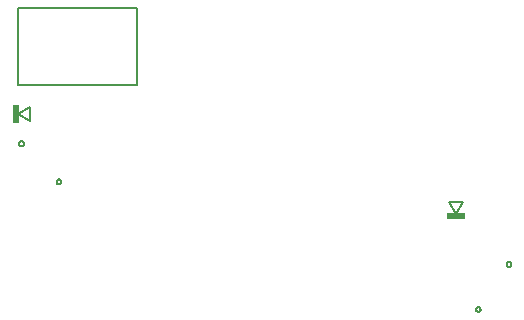
<source format=gbo>
G75*
%MOIN*%
%OFA0B0*%
%FSLAX25Y25*%
%IPPOS*%
%LPD*%
%AMOC8*
5,1,8,0,0,1.08239X$1,22.5*
%
%ADD10C,0.00500*%
%ADD11C,0.00800*%
%ADD12R,0.02400X0.06200*%
%ADD13R,0.06200X0.02400*%
D10*
X0117831Y0190882D02*
X0117833Y0190938D01*
X0117839Y0190993D01*
X0117849Y0191047D01*
X0117862Y0191101D01*
X0117880Y0191154D01*
X0117901Y0191205D01*
X0117925Y0191255D01*
X0117953Y0191303D01*
X0117985Y0191349D01*
X0118019Y0191393D01*
X0118057Y0191434D01*
X0118097Y0191472D01*
X0118140Y0191507D01*
X0118185Y0191539D01*
X0118233Y0191568D01*
X0118282Y0191594D01*
X0118333Y0191616D01*
X0118385Y0191634D01*
X0118439Y0191648D01*
X0118494Y0191659D01*
X0118549Y0191666D01*
X0118604Y0191669D01*
X0118660Y0191668D01*
X0118715Y0191663D01*
X0118770Y0191654D01*
X0118824Y0191642D01*
X0118877Y0191625D01*
X0118929Y0191605D01*
X0118979Y0191581D01*
X0119027Y0191554D01*
X0119074Y0191524D01*
X0119118Y0191490D01*
X0119160Y0191453D01*
X0119198Y0191413D01*
X0119235Y0191371D01*
X0119268Y0191326D01*
X0119297Y0191280D01*
X0119324Y0191231D01*
X0119346Y0191180D01*
X0119366Y0191128D01*
X0119381Y0191074D01*
X0119393Y0191020D01*
X0119401Y0190965D01*
X0119405Y0190910D01*
X0119405Y0190854D01*
X0119401Y0190799D01*
X0119393Y0190744D01*
X0119381Y0190690D01*
X0119366Y0190636D01*
X0119346Y0190584D01*
X0119324Y0190533D01*
X0119297Y0190484D01*
X0119268Y0190438D01*
X0119235Y0190393D01*
X0119198Y0190351D01*
X0119160Y0190311D01*
X0119118Y0190274D01*
X0119074Y0190240D01*
X0119027Y0190210D01*
X0118979Y0190183D01*
X0118929Y0190159D01*
X0118877Y0190139D01*
X0118824Y0190122D01*
X0118770Y0190110D01*
X0118715Y0190101D01*
X0118660Y0190096D01*
X0118604Y0190095D01*
X0118549Y0190098D01*
X0118494Y0190105D01*
X0118439Y0190116D01*
X0118385Y0190130D01*
X0118333Y0190148D01*
X0118282Y0190170D01*
X0118233Y0190196D01*
X0118185Y0190225D01*
X0118140Y0190257D01*
X0118097Y0190292D01*
X0118057Y0190330D01*
X0118019Y0190371D01*
X0117985Y0190415D01*
X0117953Y0190461D01*
X0117925Y0190509D01*
X0117901Y0190559D01*
X0117880Y0190610D01*
X0117862Y0190663D01*
X0117849Y0190717D01*
X0117839Y0190771D01*
X0117833Y0190826D01*
X0117831Y0190882D01*
X0105331Y0203618D02*
X0105333Y0203674D01*
X0105339Y0203729D01*
X0105349Y0203783D01*
X0105362Y0203837D01*
X0105380Y0203890D01*
X0105401Y0203941D01*
X0105425Y0203991D01*
X0105453Y0204039D01*
X0105485Y0204085D01*
X0105519Y0204129D01*
X0105557Y0204170D01*
X0105597Y0204208D01*
X0105640Y0204243D01*
X0105685Y0204275D01*
X0105733Y0204304D01*
X0105782Y0204330D01*
X0105833Y0204352D01*
X0105885Y0204370D01*
X0105939Y0204384D01*
X0105994Y0204395D01*
X0106049Y0204402D01*
X0106104Y0204405D01*
X0106160Y0204404D01*
X0106215Y0204399D01*
X0106270Y0204390D01*
X0106324Y0204378D01*
X0106377Y0204361D01*
X0106429Y0204341D01*
X0106479Y0204317D01*
X0106527Y0204290D01*
X0106574Y0204260D01*
X0106618Y0204226D01*
X0106660Y0204189D01*
X0106698Y0204149D01*
X0106735Y0204107D01*
X0106768Y0204062D01*
X0106797Y0204016D01*
X0106824Y0203967D01*
X0106846Y0203916D01*
X0106866Y0203864D01*
X0106881Y0203810D01*
X0106893Y0203756D01*
X0106901Y0203701D01*
X0106905Y0203646D01*
X0106905Y0203590D01*
X0106901Y0203535D01*
X0106893Y0203480D01*
X0106881Y0203426D01*
X0106866Y0203372D01*
X0106846Y0203320D01*
X0106824Y0203269D01*
X0106797Y0203220D01*
X0106768Y0203174D01*
X0106735Y0203129D01*
X0106698Y0203087D01*
X0106660Y0203047D01*
X0106618Y0203010D01*
X0106574Y0202976D01*
X0106527Y0202946D01*
X0106479Y0202919D01*
X0106429Y0202895D01*
X0106377Y0202875D01*
X0106324Y0202858D01*
X0106270Y0202846D01*
X0106215Y0202837D01*
X0106160Y0202832D01*
X0106104Y0202831D01*
X0106049Y0202834D01*
X0105994Y0202841D01*
X0105939Y0202852D01*
X0105885Y0202866D01*
X0105833Y0202884D01*
X0105782Y0202906D01*
X0105733Y0202932D01*
X0105685Y0202961D01*
X0105640Y0202993D01*
X0105597Y0203028D01*
X0105557Y0203066D01*
X0105519Y0203107D01*
X0105485Y0203151D01*
X0105453Y0203197D01*
X0105425Y0203245D01*
X0105401Y0203295D01*
X0105380Y0203346D01*
X0105362Y0203399D01*
X0105349Y0203453D01*
X0105339Y0203507D01*
X0105333Y0203562D01*
X0105331Y0203618D01*
X0105114Y0223205D02*
X0144484Y0223205D01*
X0144484Y0248795D01*
X0105114Y0248795D01*
X0105114Y0223205D01*
X0257595Y0148382D02*
X0257597Y0148438D01*
X0257603Y0148493D01*
X0257613Y0148547D01*
X0257626Y0148601D01*
X0257644Y0148654D01*
X0257665Y0148705D01*
X0257689Y0148755D01*
X0257717Y0148803D01*
X0257749Y0148849D01*
X0257783Y0148893D01*
X0257821Y0148934D01*
X0257861Y0148972D01*
X0257904Y0149007D01*
X0257949Y0149039D01*
X0257997Y0149068D01*
X0258046Y0149094D01*
X0258097Y0149116D01*
X0258149Y0149134D01*
X0258203Y0149148D01*
X0258258Y0149159D01*
X0258313Y0149166D01*
X0258368Y0149169D01*
X0258424Y0149168D01*
X0258479Y0149163D01*
X0258534Y0149154D01*
X0258588Y0149142D01*
X0258641Y0149125D01*
X0258693Y0149105D01*
X0258743Y0149081D01*
X0258791Y0149054D01*
X0258838Y0149024D01*
X0258882Y0148990D01*
X0258924Y0148953D01*
X0258962Y0148913D01*
X0258999Y0148871D01*
X0259032Y0148826D01*
X0259061Y0148780D01*
X0259088Y0148731D01*
X0259110Y0148680D01*
X0259130Y0148628D01*
X0259145Y0148574D01*
X0259157Y0148520D01*
X0259165Y0148465D01*
X0259169Y0148410D01*
X0259169Y0148354D01*
X0259165Y0148299D01*
X0259157Y0148244D01*
X0259145Y0148190D01*
X0259130Y0148136D01*
X0259110Y0148084D01*
X0259088Y0148033D01*
X0259061Y0147984D01*
X0259032Y0147938D01*
X0258999Y0147893D01*
X0258962Y0147851D01*
X0258924Y0147811D01*
X0258882Y0147774D01*
X0258838Y0147740D01*
X0258791Y0147710D01*
X0258743Y0147683D01*
X0258693Y0147659D01*
X0258641Y0147639D01*
X0258588Y0147622D01*
X0258534Y0147610D01*
X0258479Y0147601D01*
X0258424Y0147596D01*
X0258368Y0147595D01*
X0258313Y0147598D01*
X0258258Y0147605D01*
X0258203Y0147616D01*
X0258149Y0147630D01*
X0258097Y0147648D01*
X0258046Y0147670D01*
X0257997Y0147696D01*
X0257949Y0147725D01*
X0257904Y0147757D01*
X0257861Y0147792D01*
X0257821Y0147830D01*
X0257783Y0147871D01*
X0257749Y0147915D01*
X0257717Y0147961D01*
X0257689Y0148009D01*
X0257665Y0148059D01*
X0257644Y0148110D01*
X0257626Y0148163D01*
X0257613Y0148217D01*
X0257603Y0148271D01*
X0257597Y0148326D01*
X0257595Y0148382D01*
X0267831Y0163382D02*
X0267833Y0163438D01*
X0267839Y0163493D01*
X0267849Y0163547D01*
X0267862Y0163601D01*
X0267880Y0163654D01*
X0267901Y0163705D01*
X0267925Y0163755D01*
X0267953Y0163803D01*
X0267985Y0163849D01*
X0268019Y0163893D01*
X0268057Y0163934D01*
X0268097Y0163972D01*
X0268140Y0164007D01*
X0268185Y0164039D01*
X0268233Y0164068D01*
X0268282Y0164094D01*
X0268333Y0164116D01*
X0268385Y0164134D01*
X0268439Y0164148D01*
X0268494Y0164159D01*
X0268549Y0164166D01*
X0268604Y0164169D01*
X0268660Y0164168D01*
X0268715Y0164163D01*
X0268770Y0164154D01*
X0268824Y0164142D01*
X0268877Y0164125D01*
X0268929Y0164105D01*
X0268979Y0164081D01*
X0269027Y0164054D01*
X0269074Y0164024D01*
X0269118Y0163990D01*
X0269160Y0163953D01*
X0269198Y0163913D01*
X0269235Y0163871D01*
X0269268Y0163826D01*
X0269297Y0163780D01*
X0269324Y0163731D01*
X0269346Y0163680D01*
X0269366Y0163628D01*
X0269381Y0163574D01*
X0269393Y0163520D01*
X0269401Y0163465D01*
X0269405Y0163410D01*
X0269405Y0163354D01*
X0269401Y0163299D01*
X0269393Y0163244D01*
X0269381Y0163190D01*
X0269366Y0163136D01*
X0269346Y0163084D01*
X0269324Y0163033D01*
X0269297Y0162984D01*
X0269268Y0162938D01*
X0269235Y0162893D01*
X0269198Y0162851D01*
X0269160Y0162811D01*
X0269118Y0162774D01*
X0269074Y0162740D01*
X0269027Y0162710D01*
X0268979Y0162683D01*
X0268929Y0162659D01*
X0268877Y0162639D01*
X0268824Y0162622D01*
X0268770Y0162610D01*
X0268715Y0162601D01*
X0268660Y0162596D01*
X0268604Y0162595D01*
X0268549Y0162598D01*
X0268494Y0162605D01*
X0268439Y0162616D01*
X0268385Y0162630D01*
X0268333Y0162648D01*
X0268282Y0162670D01*
X0268233Y0162696D01*
X0268185Y0162725D01*
X0268140Y0162757D01*
X0268097Y0162792D01*
X0268057Y0162830D01*
X0268019Y0162871D01*
X0267985Y0162915D01*
X0267953Y0162961D01*
X0267925Y0163009D01*
X0267901Y0163059D01*
X0267880Y0163110D01*
X0267862Y0163163D01*
X0267849Y0163217D01*
X0267839Y0163271D01*
X0267833Y0163326D01*
X0267831Y0163382D01*
D11*
X0251000Y0180063D02*
X0248638Y0184000D01*
X0253362Y0184000D01*
X0251000Y0180063D01*
X0109000Y0211138D02*
X0109000Y0215862D01*
X0105063Y0213500D01*
X0109000Y0211138D01*
D12*
X0104331Y0213500D03*
D13*
X0251000Y0179331D03*
M02*

</source>
